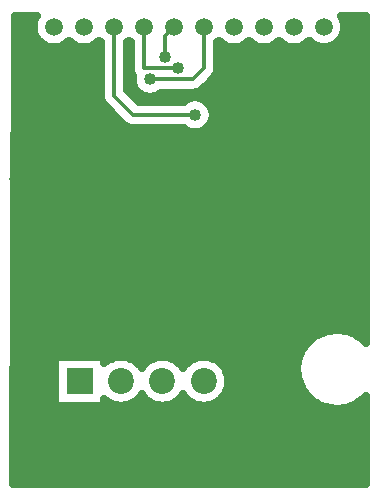
<source format=gbr>
G04 DipTrace 4.0.0.2*
G04 2 - Bottom.gbr*
%MOIN*%
G04 #@! TF.FileFunction,Copper,L2,Bot*
G04 #@! TF.Part,Single*
G04 #@! TA.AperFunction,Conductor*
%ADD16C,0.012*%
G04 #@! TA.AperFunction,CopperBalancing*
%ADD17C,0.025*%
G04 #@! TA.AperFunction,ComponentPad*
%ADD22R,0.059055X0.059055*%
%ADD23C,0.059055*%
%ADD26R,0.086614X0.086614*%
%ADD27C,0.086614*%
G04 #@! TA.AperFunction,ViaPad*
%ADD29C,0.04*%
%FSLAX26Y26*%
G04*
G70*
G90*
G75*
G01*
G04 Bottom*
%LPD*%
X1043700Y1674949D2*
D16*
X837451D1*
X773616Y1738784D1*
Y1968503D1*
X987449Y1831200D2*
X873616D1*
Y1968503D1*
X943700Y1868700D2*
Y1938587D1*
X973616Y1968503D1*
X893700Y1793700D2*
X1037451D1*
X1073616Y1829865D1*
Y1968503D1*
D29*
X1043700Y1674949D3*
X987449Y1831200D3*
X943700Y1868700D3*
X893700Y1793700D3*
X443700Y1462451D3*
X1099949Y1043700D3*
X968699D3*
X768700Y1047293D3*
X637451Y1041043D3*
X1193700Y1549949D3*
X446067Y1981331D2*
D17*
X504296D1*
X1542903D2*
X1609959D1*
X445960Y1956462D2*
X504151D1*
X1543048D2*
X1609959D1*
X445852Y1931594D2*
X513985D1*
X1533251D2*
X1609959D1*
X445745Y1906725D2*
X542620D1*
X604604D2*
X642629D1*
X704613D2*
X726598D1*
X1120619D2*
X1142640D1*
X1204587D2*
X1242612D1*
X1304596D2*
X1342621D1*
X1404606D2*
X1442632D1*
X1504579D2*
X1609959D1*
X445672Y1881856D2*
X726598D1*
X1120619D2*
X1609959D1*
X445565Y1856987D2*
X726598D1*
X1120619D2*
X1609959D1*
X445457Y1832119D2*
X726598D1*
X1120619D2*
X1609959D1*
X445350Y1807250D2*
X726598D1*
X820627D2*
X833604D1*
X1114447D2*
X1609959D1*
X445279Y1782381D2*
X726598D1*
X820627D2*
X833819D1*
X1091552D2*
X1609959D1*
X445171Y1757512D2*
X726598D1*
X820627D2*
X845231D1*
X1065859D2*
X1609959D1*
X445062Y1732644D2*
X727028D1*
X845171D2*
X1031506D1*
X1055884D2*
X1609959D1*
X444991Y1707775D2*
X739193D1*
X1094638D2*
X1609959D1*
X444884Y1682906D2*
X764061D1*
X1104148D2*
X1609959D1*
X444776Y1658037D2*
X788928D1*
X1102210D2*
X1609959D1*
X444669Y1633169D2*
X819646D1*
X1087138D2*
X1609959D1*
X444596Y1608300D2*
X1609959D1*
X444489Y1583431D2*
X1609959D1*
X444381Y1558562D2*
X1609959D1*
X444273Y1533693D2*
X1609959D1*
X444201Y1508825D2*
X1609959D1*
X444094Y1483956D2*
X1609959D1*
X443986Y1459087D2*
X1609959D1*
X443914Y1434218D2*
X1609959D1*
X443806Y1409350D2*
X1609959D1*
X443699Y1384481D2*
X1609959D1*
X443591Y1359612D2*
X1609959D1*
X443520Y1334743D2*
X1609959D1*
X443413Y1309875D2*
X1609959D1*
X443305Y1285006D2*
X1609959D1*
X443197Y1260137D2*
X1609959D1*
X443125Y1235268D2*
X1609959D1*
X443018Y1210399D2*
X1609959D1*
X442910Y1185531D2*
X1609959D1*
X442838Y1160662D2*
X1609959D1*
X442730Y1135793D2*
X1609959D1*
X442623Y1110924D2*
X1609959D1*
X442515Y1086056D2*
X1609959D1*
X442443Y1061187D2*
X1609959D1*
X442335Y1036318D2*
X1609959D1*
X442228Y1011449D2*
X1609959D1*
X442120Y986581D2*
X1609959D1*
X442049Y961712D2*
X1609959D1*
X441941Y936843D2*
X1442200D1*
X1589266D2*
X1609959D1*
X441834Y911974D2*
X1413745D1*
X441762Y887106D2*
X1396951D1*
X441654Y862237D2*
X575130D1*
X743763D2*
X761693D1*
X832792D2*
X899489D1*
X970587D2*
X1037284D1*
X1108382D2*
X1387119D1*
X441546Y837368D2*
X575130D1*
X1140104D2*
X1382669D1*
X441439Y812499D2*
X575130D1*
X1153201D2*
X1383028D1*
X441367Y787630D2*
X575130D1*
X1157149D2*
X1388230D1*
X441259Y762762D2*
X575130D1*
X1153344D2*
X1398960D1*
X441151Y737893D2*
X575130D1*
X1140462D2*
X1417010D1*
X441044Y713024D2*
X575130D1*
X743763D2*
X760688D1*
X833796D2*
X898483D1*
X971591D2*
X1036279D1*
X1109386D2*
X1448264D1*
X1583238D2*
X1609959D1*
X440972Y688155D2*
X1609959D1*
X440864Y663287D2*
X1609959D1*
X440756Y638418D2*
X1609959D1*
X440686Y613549D2*
X1609959D1*
X440578Y588680D2*
X1609959D1*
X440469Y563812D2*
X1609959D1*
X440361Y538943D2*
X1609959D1*
X440291Y514074D2*
X1609959D1*
X440183Y489205D2*
X1609959D1*
X440075Y464336D2*
X1609959D1*
X623574Y1922407D2*
X617796Y1916775D1*
X609161Y1910501D1*
X599649Y1905654D1*
X589497Y1902355D1*
X578953Y1900686D1*
X568279D1*
X557735Y1902355D1*
X547583Y1905654D1*
X538071Y1910501D1*
X529436Y1916775D1*
X521888Y1924323D1*
X515613Y1932959D1*
X510767Y1942470D1*
X507468Y1952623D1*
X505798Y1963166D1*
Y1973840D1*
X507468Y1984384D1*
X510767Y1994536D1*
X515613Y2004048D1*
X517062Y2006216D1*
X443683Y2006200D1*
X437499Y443733D1*
X1612441Y443700D1*
X1612451Y738414D1*
X1603044Y729091D1*
X1595985Y723214D1*
X1588532Y717847D1*
X1580722Y713015D1*
X1572591Y708742D1*
X1564183Y705049D1*
X1555535Y701955D1*
X1546692Y699474D1*
X1537696Y697619D1*
X1528594Y696398D1*
X1519427Y695818D1*
X1510243Y695882D1*
X1501086Y696590D1*
X1492001Y697938D1*
X1483032Y699918D1*
X1474225Y702522D1*
X1465621Y705735D1*
X1457264Y709545D1*
X1449195Y713931D1*
X1441452Y718872D1*
X1434074Y724342D1*
X1427099Y730317D1*
X1420558Y736764D1*
X1414486Y743655D1*
X1408911Y750955D1*
X1403861Y758627D1*
X1399363Y766633D1*
X1395435Y774935D1*
X1392099Y783493D1*
X1389371Y792263D1*
X1387263Y801201D1*
X1385787Y810267D1*
X1384951Y819413D1*
X1384756Y828595D1*
X1385205Y837770D1*
X1386297Y846889D1*
X1388025Y855909D1*
X1390380Y864787D1*
X1393352Y873477D1*
X1396926Y881938D1*
X1401082Y890128D1*
X1405804Y898006D1*
X1411065Y905533D1*
X1416840Y912675D1*
X1423103Y919394D1*
X1429819Y925657D1*
X1436960Y931435D1*
X1444486Y936697D1*
X1452364Y941420D1*
X1460552Y945579D1*
X1469012Y949155D1*
X1477703Y952129D1*
X1486579Y954486D1*
X1495599Y956216D1*
X1504718Y957310D1*
X1513892Y957762D1*
X1523074Y957570D1*
X1532220Y956735D1*
X1541285Y955262D1*
X1550226Y953157D1*
X1558997Y950430D1*
X1567554Y947096D1*
X1575857Y943170D1*
X1583865Y938672D1*
X1591539Y933625D1*
X1598839Y928052D1*
X1605730Y921981D1*
X1612438Y915142D1*
X1612451Y2006201D1*
X1530256Y2006200D1*
X1534220Y1999388D1*
X1538305Y1989525D1*
X1540797Y1979145D1*
X1541634Y1968503D1*
X1540797Y1957861D1*
X1538305Y1947481D1*
X1534220Y1937619D1*
X1528642Y1928518D1*
X1521709Y1920401D1*
X1513592Y1913468D1*
X1504491Y1907890D1*
X1494629Y1903805D1*
X1484249Y1901313D1*
X1473607Y1900476D1*
X1462965Y1901313D1*
X1452585Y1903805D1*
X1442722Y1907890D1*
X1433621Y1913468D1*
X1425504Y1920401D1*
X1423649Y1922407D1*
X1417787Y1916775D1*
X1409151Y1910501D1*
X1399640Y1905654D1*
X1389487Y1902355D1*
X1378944Y1900686D1*
X1368270D1*
X1357726Y1902355D1*
X1347574Y1905654D1*
X1338062Y1910501D1*
X1329427Y1916775D1*
X1323649Y1922407D1*
X1317787Y1916775D1*
X1309151Y1910501D1*
X1299640Y1905654D1*
X1289487Y1902355D1*
X1278944Y1900686D1*
X1268270D1*
X1257726Y1902355D1*
X1247574Y1905654D1*
X1238062Y1910501D1*
X1229427Y1916775D1*
X1223649Y1922407D1*
X1217796Y1916775D1*
X1209161Y1910501D1*
X1199649Y1905654D1*
X1189497Y1902355D1*
X1178953Y1900686D1*
X1168279D1*
X1157735Y1902355D1*
X1147583Y1905654D1*
X1138071Y1910501D1*
X1129436Y1916775D1*
X1123658Y1922407D1*
X1118119Y1917071D1*
X1117980Y1826375D1*
X1116886Y1819477D1*
X1114729Y1812836D1*
X1111558Y1806615D1*
X1107455Y1800965D1*
X1086064Y1779380D1*
X1066351Y1759861D1*
X1060701Y1755758D1*
X1054480Y1752587D1*
X1047839Y1750430D1*
X1040941Y1749336D1*
X1000907Y1749200D1*
X931687D1*
X924266Y1743821D1*
X916087Y1739653D1*
X907356Y1736817D1*
X898289Y1735380D1*
X889111D1*
X880044Y1736817D1*
X871313Y1739653D1*
X863134Y1743821D1*
X855708Y1749216D1*
X849216Y1755708D1*
X843821Y1763134D1*
X839653Y1771313D1*
X836817Y1780044D1*
X835380Y1789111D1*
Y1798289D1*
X836638Y1806459D1*
X833966Y1810998D1*
X831294Y1817449D1*
X829663Y1824238D1*
X829116Y1831200D1*
Y1917040D1*
X823658Y1922407D1*
X818119Y1917071D1*
X818116Y1757245D1*
X856012Y1719449D1*
X1005756D1*
X1013134Y1724829D1*
X1021313Y1728997D1*
X1030044Y1731833D1*
X1039111Y1733270D1*
X1048289D1*
X1057356Y1731833D1*
X1066087Y1728997D1*
X1074266Y1724829D1*
X1081692Y1719434D1*
X1088184Y1712941D1*
X1093579Y1705515D1*
X1097747Y1697336D1*
X1100583Y1688606D1*
X1102020Y1679539D1*
Y1670360D1*
X1100583Y1661293D1*
X1097747Y1652562D1*
X1093579Y1644384D1*
X1088184Y1636957D1*
X1081692Y1630465D1*
X1074266Y1625070D1*
X1066087Y1620902D1*
X1057356Y1618066D1*
X1048289Y1616629D1*
X1039111D1*
X1030044Y1618066D1*
X1021313Y1620902D1*
X1013134Y1625070D1*
X1005721Y1630455D1*
X833960Y1630587D1*
X827062Y1631679D1*
X820422Y1633836D1*
X814200Y1637007D1*
X808550Y1641111D1*
X780113Y1669354D1*
X739777Y1709884D1*
X735674Y1715533D1*
X732503Y1721755D1*
X730346Y1728396D1*
X729254Y1735293D1*
X729116Y1775179D1*
Y1917028D1*
X723658Y1922407D1*
X717796Y1916775D1*
X709161Y1910501D1*
X699649Y1905654D1*
X689497Y1902355D1*
X678953Y1900686D1*
X668279D1*
X657735Y1902355D1*
X647583Y1905654D1*
X638071Y1910501D1*
X629436Y1916775D1*
X623658Y1922407D1*
X586827Y869208D2*
X741255D1*
Y847067D1*
X749158Y853585D1*
X754499Y857153D1*
X760104Y860292D1*
X765938Y862981D1*
X771964Y865204D1*
X778146Y866948D1*
X784445Y868201D1*
X790825Y868956D1*
X797243Y869208D1*
X803662Y868956D1*
X810041Y868201D1*
X816340Y866948D1*
X822523Y865204D1*
X828549Y862981D1*
X834382Y860292D1*
X839987Y857153D1*
X845329Y853585D1*
X850373Y849607D1*
X855090Y845247D1*
X859449Y840531D1*
X866117Y831460D1*
X872833Y840531D1*
X877192Y845247D1*
X881909Y849607D1*
X886953Y853585D1*
X892294Y857153D1*
X897899Y860292D1*
X903733Y862981D1*
X909759Y865204D1*
X915941Y866948D1*
X922241Y868201D1*
X928620Y868956D1*
X935039Y869208D1*
X941457Y868956D1*
X947836Y868201D1*
X954136Y866948D1*
X960318Y865204D1*
X966344Y862981D1*
X972178Y860292D1*
X977783Y857153D1*
X983124Y853585D1*
X988169Y849607D1*
X992885Y845247D1*
X997245Y840531D1*
X1003913Y831460D1*
X1010628Y840531D1*
X1014987Y845247D1*
X1019704Y849607D1*
X1024749Y853585D1*
X1030090Y857153D1*
X1035695Y860292D1*
X1041528Y862981D1*
X1047554Y865204D1*
X1053737Y866948D1*
X1060036Y868201D1*
X1066415Y868956D1*
X1072834Y869208D1*
X1079252Y868956D1*
X1085632Y868201D1*
X1091931Y866948D1*
X1098113Y865204D1*
X1104140Y862981D1*
X1109973Y860292D1*
X1115578Y857153D1*
X1120919Y853585D1*
X1125964Y849607D1*
X1130680Y845247D1*
X1135040Y840531D1*
X1139018Y835486D1*
X1142586Y830145D1*
X1145725Y824540D1*
X1148414Y818707D1*
X1150637Y812680D1*
X1152381Y806498D1*
X1153634Y800199D1*
X1154389Y793819D1*
X1154641Y787401D1*
X1154389Y780982D1*
X1153634Y774603D1*
X1152381Y768304D1*
X1150637Y762121D1*
X1148414Y756095D1*
X1145725Y750262D1*
X1142586Y744657D1*
X1139018Y739315D1*
X1135040Y734271D1*
X1130680Y729554D1*
X1125964Y725195D1*
X1120919Y721217D1*
X1115578Y717649D1*
X1109973Y714510D1*
X1104140Y711821D1*
X1098113Y709598D1*
X1091931Y707854D1*
X1085632Y706600D1*
X1079252Y705846D1*
X1072834Y705594D1*
X1066415Y705846D1*
X1060036Y706600D1*
X1053737Y707854D1*
X1047554Y709598D1*
X1041528Y711821D1*
X1035695Y714510D1*
X1030090Y717649D1*
X1024749Y721217D1*
X1019704Y725195D1*
X1014987Y729554D1*
X1010628Y734271D1*
X1003960Y743342D1*
X997245Y734271D1*
X992885Y729554D1*
X988169Y725195D1*
X983124Y721217D1*
X977783Y717649D1*
X972178Y714510D1*
X966344Y711821D1*
X960318Y709598D1*
X954136Y707854D1*
X947836Y706600D1*
X941457Y705846D1*
X935039Y705594D1*
X928620Y705846D1*
X922241Y706600D1*
X915941Y707854D1*
X909759Y709598D1*
X903733Y711821D1*
X897899Y714510D1*
X892294Y717649D1*
X886953Y721217D1*
X881909Y725195D1*
X877192Y729554D1*
X872833Y734271D1*
X866165Y743342D1*
X859449Y734271D1*
X855090Y729554D1*
X850373Y725195D1*
X845329Y721217D1*
X839987Y717649D1*
X834382Y714510D1*
X828549Y711821D1*
X822523Y709598D1*
X816340Y707854D1*
X810041Y706600D1*
X803662Y705846D1*
X797243Y705594D1*
X790825Y705846D1*
X784445Y706600D1*
X778146Y707854D1*
X771964Y709598D1*
X765938Y711821D1*
X760104Y714510D1*
X754499Y717649D1*
X749158Y721217D1*
X741258Y727834D1*
X741255Y705594D1*
X577641D1*
Y869208D1*
X586827D1*
D22*
X473616Y1968503D3*
D23*
X573616D3*
X673616D3*
X773616D3*
X873616D3*
X973616D3*
X1073616D3*
X1173616D3*
X1273607D3*
X1373607D3*
X1473607D3*
X1573607D3*
D26*
X659448Y787401D3*
D27*
X797243D3*
X935039D3*
X1072834D3*
X1210629D3*
M02*

</source>
